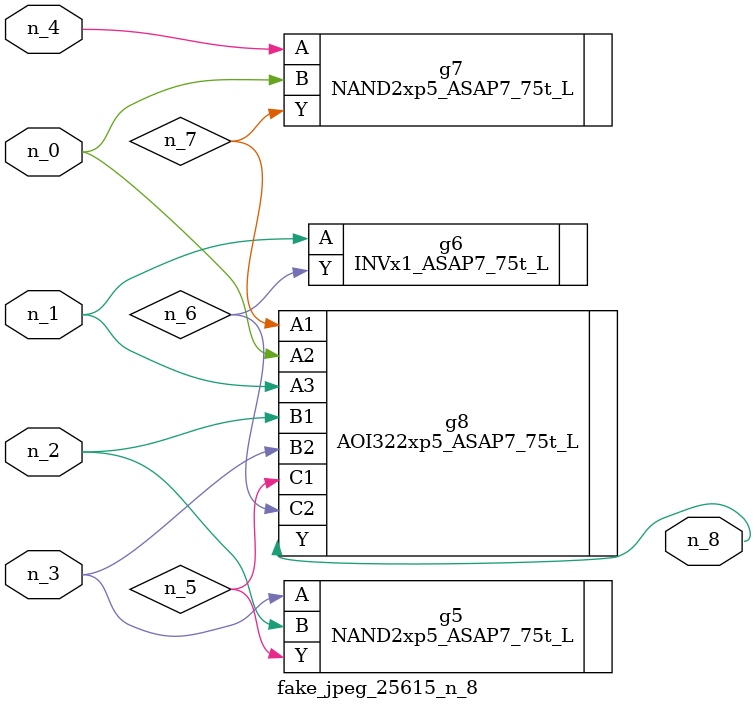
<source format=v>
module fake_jpeg_25615_n_8 (n_3, n_2, n_1, n_0, n_4, n_8);

input n_3;
input n_2;
input n_1;
input n_0;
input n_4;

output n_8;

wire n_6;
wire n_5;
wire n_7;

NAND2xp5_ASAP7_75t_L g5 ( 
.A(n_3),
.B(n_2),
.Y(n_5)
);

INVx1_ASAP7_75t_L g6 ( 
.A(n_1),
.Y(n_6)
);

NAND2xp5_ASAP7_75t_L g7 ( 
.A(n_4),
.B(n_0),
.Y(n_7)
);

AOI322xp5_ASAP7_75t_L g8 ( 
.A1(n_7),
.A2(n_0),
.A3(n_1),
.B1(n_2),
.B2(n_3),
.C1(n_5),
.C2(n_6),
.Y(n_8)
);


endmodule
</source>
